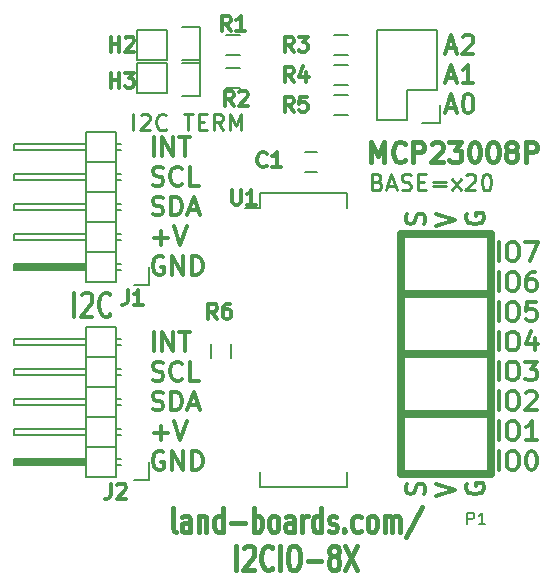
<source format=gto>
G04 #@! TF.FileFunction,Legend,Top*
%FSLAX46Y46*%
G04 Gerber Fmt 4.6, Leading zero omitted, Abs format (unit mm)*
G04 Created by KiCad (PCBNEW (after 2015-mar-04 BZR unknown)-product) date 1/1/2016 2:42:15 PM*
%MOMM*%
G01*
G04 APERTURE LIST*
%ADD10C,0.150000*%
%ADD11C,0.304800*%
%ADD12C,0.285750*%
%ADD13C,0.381000*%
%ADD14C,0.412750*%
%ADD15C,0.650000*%
G04 APERTURE END LIST*
D10*
D11*
X36215260Y-18747619D02*
X36290855Y-18520833D01*
X36290855Y-18142857D01*
X36215260Y-17991667D01*
X36139664Y-17916071D01*
X35988474Y-17840476D01*
X35837283Y-17840476D01*
X35686093Y-17916071D01*
X35610498Y-17991667D01*
X35534902Y-18142857D01*
X35459307Y-18445238D01*
X35383712Y-18596429D01*
X35308117Y-18672024D01*
X35156926Y-18747619D01*
X35005736Y-18747619D01*
X34854545Y-18672024D01*
X34778950Y-18596429D01*
X34703355Y-18445238D01*
X34703355Y-18067262D01*
X34778950Y-17840476D01*
X37230655Y-18898810D02*
X38818155Y-18369643D01*
X37230655Y-17840476D01*
X39833550Y-17840476D02*
X39757955Y-17991667D01*
X39757955Y-18218452D01*
X39833550Y-18445238D01*
X39984740Y-18596429D01*
X40135931Y-18672024D01*
X40438312Y-18747619D01*
X40665098Y-18747619D01*
X40967479Y-18672024D01*
X41118669Y-18596429D01*
X41269860Y-18445238D01*
X41345455Y-18218452D01*
X41345455Y-18067262D01*
X41269860Y-17840476D01*
X41194264Y-17764881D01*
X40665098Y-17764881D01*
X40665098Y-18067262D01*
X36215260Y-41607619D02*
X36290855Y-41380833D01*
X36290855Y-41002857D01*
X36215260Y-40851667D01*
X36139664Y-40776071D01*
X35988474Y-40700476D01*
X35837283Y-40700476D01*
X35686093Y-40776071D01*
X35610498Y-40851667D01*
X35534902Y-41002857D01*
X35459307Y-41305238D01*
X35383712Y-41456429D01*
X35308117Y-41532024D01*
X35156926Y-41607619D01*
X35005736Y-41607619D01*
X34854545Y-41532024D01*
X34778950Y-41456429D01*
X34703355Y-41305238D01*
X34703355Y-40927262D01*
X34778950Y-40700476D01*
X37230655Y-41758810D02*
X38818155Y-41229643D01*
X37230655Y-40700476D01*
X39833550Y-40700476D02*
X39757955Y-40851667D01*
X39757955Y-41078452D01*
X39833550Y-41305238D01*
X39984740Y-41456429D01*
X40135931Y-41532024D01*
X40438312Y-41607619D01*
X40665098Y-41607619D01*
X40967479Y-41532024D01*
X41118669Y-41456429D01*
X41269860Y-41305238D01*
X41345455Y-41078452D01*
X41345455Y-40927262D01*
X41269860Y-40700476D01*
X41194264Y-40624881D01*
X40665098Y-40624881D01*
X40665098Y-40927262D01*
X13331976Y-29445555D02*
X13331976Y-27858055D01*
X14087928Y-29445555D02*
X14087928Y-27858055D01*
X14995071Y-29445555D01*
X14995071Y-27858055D01*
X15524237Y-27858055D02*
X16431380Y-27858055D01*
X15977809Y-29445555D02*
X15977809Y-27858055D01*
X13256381Y-31897260D02*
X13483167Y-31972855D01*
X13861143Y-31972855D01*
X14012333Y-31897260D01*
X14087929Y-31821664D01*
X14163524Y-31670474D01*
X14163524Y-31519283D01*
X14087929Y-31368093D01*
X14012333Y-31292498D01*
X13861143Y-31216902D01*
X13558762Y-31141307D01*
X13407571Y-31065712D01*
X13331976Y-30990117D01*
X13256381Y-30838926D01*
X13256381Y-30687736D01*
X13331976Y-30536545D01*
X13407571Y-30460950D01*
X13558762Y-30385355D01*
X13936738Y-30385355D01*
X14163524Y-30460950D01*
X15751024Y-31821664D02*
X15675429Y-31897260D01*
X15448643Y-31972855D01*
X15297453Y-31972855D01*
X15070667Y-31897260D01*
X14919476Y-31746069D01*
X14843881Y-31594879D01*
X14768286Y-31292498D01*
X14768286Y-31065712D01*
X14843881Y-30763331D01*
X14919476Y-30612140D01*
X15070667Y-30460950D01*
X15297453Y-30385355D01*
X15448643Y-30385355D01*
X15675429Y-30460950D01*
X15751024Y-30536545D01*
X17187334Y-31972855D02*
X16431381Y-31972855D01*
X16431381Y-30385355D01*
X13256381Y-34424560D02*
X13483167Y-34500155D01*
X13861143Y-34500155D01*
X14012333Y-34424560D01*
X14087929Y-34348964D01*
X14163524Y-34197774D01*
X14163524Y-34046583D01*
X14087929Y-33895393D01*
X14012333Y-33819798D01*
X13861143Y-33744202D01*
X13558762Y-33668607D01*
X13407571Y-33593012D01*
X13331976Y-33517417D01*
X13256381Y-33366226D01*
X13256381Y-33215036D01*
X13331976Y-33063845D01*
X13407571Y-32988250D01*
X13558762Y-32912655D01*
X13936738Y-32912655D01*
X14163524Y-32988250D01*
X14843881Y-34500155D02*
X14843881Y-32912655D01*
X15221857Y-32912655D01*
X15448643Y-32988250D01*
X15599834Y-33139440D01*
X15675429Y-33290631D01*
X15751024Y-33593012D01*
X15751024Y-33819798D01*
X15675429Y-34122179D01*
X15599834Y-34273369D01*
X15448643Y-34424560D01*
X15221857Y-34500155D01*
X14843881Y-34500155D01*
X16355786Y-34046583D02*
X17111738Y-34046583D01*
X16204595Y-34500155D02*
X16733762Y-32912655D01*
X17262929Y-34500155D01*
X13331976Y-36422693D02*
X14541500Y-36422693D01*
X13936738Y-37027455D02*
X13936738Y-35817931D01*
X15070666Y-35439955D02*
X15599833Y-37027455D01*
X16129000Y-35439955D01*
X14163524Y-38042850D02*
X14012333Y-37967255D01*
X13785548Y-37967255D01*
X13558762Y-38042850D01*
X13407571Y-38194040D01*
X13331976Y-38345231D01*
X13256381Y-38647612D01*
X13256381Y-38874398D01*
X13331976Y-39176779D01*
X13407571Y-39327969D01*
X13558762Y-39479160D01*
X13785548Y-39554755D01*
X13936738Y-39554755D01*
X14163524Y-39479160D01*
X14239119Y-39403564D01*
X14239119Y-38874398D01*
X13936738Y-38874398D01*
X14919476Y-39554755D02*
X14919476Y-37967255D01*
X15826619Y-39554755D01*
X15826619Y-37967255D01*
X16582571Y-39554755D02*
X16582571Y-37967255D01*
X16960547Y-37967255D01*
X17187333Y-38042850D01*
X17338524Y-38194040D01*
X17414119Y-38345231D01*
X17489714Y-38647612D01*
X17489714Y-38874398D01*
X17414119Y-39176779D01*
X17338524Y-39327969D01*
X17187333Y-39479160D01*
X16960547Y-39554755D01*
X16582571Y-39554755D01*
D12*
X11635620Y-10791976D02*
X11635620Y-9394976D01*
X12234334Y-9528024D02*
X12300858Y-9461500D01*
X12433906Y-9394976D01*
X12766525Y-9394976D01*
X12899572Y-9461500D01*
X12966096Y-9528024D01*
X13032620Y-9661071D01*
X13032620Y-9794119D01*
X12966096Y-9993690D01*
X12167810Y-10791976D01*
X13032620Y-10791976D01*
X14429620Y-10658929D02*
X14363096Y-10725452D01*
X14163525Y-10791976D01*
X14030477Y-10791976D01*
X13830905Y-10725452D01*
X13697858Y-10592405D01*
X13631334Y-10459357D01*
X13564810Y-10193262D01*
X13564810Y-9993690D01*
X13631334Y-9727595D01*
X13697858Y-9594548D01*
X13830905Y-9461500D01*
X14030477Y-9394976D01*
X14163525Y-9394976D01*
X14363096Y-9461500D01*
X14429620Y-9528024D01*
X15893144Y-9394976D02*
X16691429Y-9394976D01*
X16292286Y-10791976D02*
X16292286Y-9394976D01*
X17157096Y-10060214D02*
X17622763Y-10060214D01*
X17822334Y-10791976D02*
X17157096Y-10791976D01*
X17157096Y-9394976D01*
X17822334Y-9394976D01*
X19219334Y-10791976D02*
X18753667Y-10126738D01*
X18421048Y-10791976D02*
X18421048Y-9394976D01*
X18953239Y-9394976D01*
X19086286Y-9461500D01*
X19152810Y-9528024D01*
X19219334Y-9661071D01*
X19219334Y-9860643D01*
X19152810Y-9993690D01*
X19086286Y-10060214D01*
X18953239Y-10126738D01*
X18421048Y-10126738D01*
X19818048Y-10791976D02*
X19818048Y-9394976D01*
X20283715Y-10392833D01*
X20749381Y-9394976D01*
X20749381Y-10791976D01*
X32273120Y-15140214D02*
X32472691Y-15206738D01*
X32539215Y-15273262D01*
X32605739Y-15406310D01*
X32605739Y-15605881D01*
X32539215Y-15738929D01*
X32472691Y-15805452D01*
X32339644Y-15871976D01*
X31807453Y-15871976D01*
X31807453Y-14474976D01*
X32273120Y-14474976D01*
X32406167Y-14541500D01*
X32472691Y-14608024D01*
X32539215Y-14741071D01*
X32539215Y-14874119D01*
X32472691Y-15007167D01*
X32406167Y-15073690D01*
X32273120Y-15140214D01*
X31807453Y-15140214D01*
X33137929Y-15472833D02*
X33803167Y-15472833D01*
X33004882Y-15871976D02*
X33470548Y-14474976D01*
X33936215Y-15871976D01*
X34335358Y-15805452D02*
X34534930Y-15871976D01*
X34867549Y-15871976D01*
X35000596Y-15805452D01*
X35067120Y-15738929D01*
X35133644Y-15605881D01*
X35133644Y-15472833D01*
X35067120Y-15339786D01*
X35000596Y-15273262D01*
X34867549Y-15206738D01*
X34601453Y-15140214D01*
X34468406Y-15073690D01*
X34401882Y-15007167D01*
X34335358Y-14874119D01*
X34335358Y-14741071D01*
X34401882Y-14608024D01*
X34468406Y-14541500D01*
X34601453Y-14474976D01*
X34934073Y-14474976D01*
X35133644Y-14541500D01*
X35732358Y-15140214D02*
X36198025Y-15140214D01*
X36397596Y-15871976D02*
X35732358Y-15871976D01*
X35732358Y-14474976D01*
X36397596Y-14474976D01*
X36996310Y-15140214D02*
X38060691Y-15140214D01*
X38060691Y-15539357D02*
X36996310Y-15539357D01*
X38592881Y-15871976D02*
X39324643Y-14940643D01*
X38592881Y-14940643D02*
X39324643Y-15871976D01*
X39790310Y-14608024D02*
X39856834Y-14541500D01*
X39989882Y-14474976D01*
X40322501Y-14474976D01*
X40455548Y-14541500D01*
X40522072Y-14608024D01*
X40588596Y-14741071D01*
X40588596Y-14874119D01*
X40522072Y-15073690D01*
X39723786Y-15871976D01*
X40588596Y-15871976D01*
X41453405Y-14474976D02*
X41586453Y-14474976D01*
X41719501Y-14541500D01*
X41786024Y-14608024D01*
X41852548Y-14741071D01*
X41919072Y-15007167D01*
X41919072Y-15339786D01*
X41852548Y-15605881D01*
X41786024Y-15738929D01*
X41719501Y-15805452D01*
X41586453Y-15871976D01*
X41453405Y-15871976D01*
X41320358Y-15805452D01*
X41253834Y-15738929D01*
X41187310Y-15605881D01*
X41120786Y-15339786D01*
X41120786Y-15007167D01*
X41187310Y-14741071D01*
X41253834Y-14608024D01*
X41320358Y-14541500D01*
X41453405Y-14474976D01*
D11*
X42541976Y-21844605D02*
X42541976Y-20257105D01*
X43600309Y-20257105D02*
X43902690Y-20257105D01*
X44053881Y-20332700D01*
X44205071Y-20483890D01*
X44280666Y-20786271D01*
X44280666Y-21315438D01*
X44205071Y-21617819D01*
X44053881Y-21769010D01*
X43902690Y-21844605D01*
X43600309Y-21844605D01*
X43449119Y-21769010D01*
X43297928Y-21617819D01*
X43222333Y-21315438D01*
X43222333Y-20786271D01*
X43297928Y-20483890D01*
X43449119Y-20332700D01*
X43600309Y-20257105D01*
X44809833Y-20257105D02*
X45868166Y-20257105D01*
X45187809Y-21844605D01*
X42541976Y-24371905D02*
X42541976Y-22784405D01*
X43600309Y-22784405D02*
X43902690Y-22784405D01*
X44053881Y-22860000D01*
X44205071Y-23011190D01*
X44280666Y-23313571D01*
X44280666Y-23842738D01*
X44205071Y-24145119D01*
X44053881Y-24296310D01*
X43902690Y-24371905D01*
X43600309Y-24371905D01*
X43449119Y-24296310D01*
X43297928Y-24145119D01*
X43222333Y-23842738D01*
X43222333Y-23313571D01*
X43297928Y-23011190D01*
X43449119Y-22860000D01*
X43600309Y-22784405D01*
X45641380Y-22784405D02*
X45338999Y-22784405D01*
X45187809Y-22860000D01*
X45112214Y-22935595D01*
X44961023Y-23162381D01*
X44885428Y-23464762D01*
X44885428Y-24069524D01*
X44961023Y-24220714D01*
X45036618Y-24296310D01*
X45187809Y-24371905D01*
X45490190Y-24371905D01*
X45641380Y-24296310D01*
X45716976Y-24220714D01*
X45792571Y-24069524D01*
X45792571Y-23691548D01*
X45716976Y-23540357D01*
X45641380Y-23464762D01*
X45490190Y-23389167D01*
X45187809Y-23389167D01*
X45036618Y-23464762D01*
X44961023Y-23540357D01*
X44885428Y-23691548D01*
X42541976Y-26899205D02*
X42541976Y-25311705D01*
X43600309Y-25311705D02*
X43902690Y-25311705D01*
X44053881Y-25387300D01*
X44205071Y-25538490D01*
X44280666Y-25840871D01*
X44280666Y-26370038D01*
X44205071Y-26672419D01*
X44053881Y-26823610D01*
X43902690Y-26899205D01*
X43600309Y-26899205D01*
X43449119Y-26823610D01*
X43297928Y-26672419D01*
X43222333Y-26370038D01*
X43222333Y-25840871D01*
X43297928Y-25538490D01*
X43449119Y-25387300D01*
X43600309Y-25311705D01*
X45716976Y-25311705D02*
X44961023Y-25311705D01*
X44885428Y-26067657D01*
X44961023Y-25992062D01*
X45112214Y-25916467D01*
X45490190Y-25916467D01*
X45641380Y-25992062D01*
X45716976Y-26067657D01*
X45792571Y-26218848D01*
X45792571Y-26596824D01*
X45716976Y-26748014D01*
X45641380Y-26823610D01*
X45490190Y-26899205D01*
X45112214Y-26899205D01*
X44961023Y-26823610D01*
X44885428Y-26748014D01*
X42541976Y-29426505D02*
X42541976Y-27839005D01*
X43600309Y-27839005D02*
X43902690Y-27839005D01*
X44053881Y-27914600D01*
X44205071Y-28065790D01*
X44280666Y-28368171D01*
X44280666Y-28897338D01*
X44205071Y-29199719D01*
X44053881Y-29350910D01*
X43902690Y-29426505D01*
X43600309Y-29426505D01*
X43449119Y-29350910D01*
X43297928Y-29199719D01*
X43222333Y-28897338D01*
X43222333Y-28368171D01*
X43297928Y-28065790D01*
X43449119Y-27914600D01*
X43600309Y-27839005D01*
X45641380Y-28368171D02*
X45641380Y-29426505D01*
X45263404Y-27763410D02*
X44885428Y-28897338D01*
X45868166Y-28897338D01*
X42541976Y-31953805D02*
X42541976Y-30366305D01*
X43600309Y-30366305D02*
X43902690Y-30366305D01*
X44053881Y-30441900D01*
X44205071Y-30593090D01*
X44280666Y-30895471D01*
X44280666Y-31424638D01*
X44205071Y-31727019D01*
X44053881Y-31878210D01*
X43902690Y-31953805D01*
X43600309Y-31953805D01*
X43449119Y-31878210D01*
X43297928Y-31727019D01*
X43222333Y-31424638D01*
X43222333Y-30895471D01*
X43297928Y-30593090D01*
X43449119Y-30441900D01*
X43600309Y-30366305D01*
X44809833Y-30366305D02*
X45792571Y-30366305D01*
X45263404Y-30971067D01*
X45490190Y-30971067D01*
X45641380Y-31046662D01*
X45716976Y-31122257D01*
X45792571Y-31273448D01*
X45792571Y-31651424D01*
X45716976Y-31802614D01*
X45641380Y-31878210D01*
X45490190Y-31953805D01*
X45036618Y-31953805D01*
X44885428Y-31878210D01*
X44809833Y-31802614D01*
X42541976Y-34481105D02*
X42541976Y-32893605D01*
X43600309Y-32893605D02*
X43902690Y-32893605D01*
X44053881Y-32969200D01*
X44205071Y-33120390D01*
X44280666Y-33422771D01*
X44280666Y-33951938D01*
X44205071Y-34254319D01*
X44053881Y-34405510D01*
X43902690Y-34481105D01*
X43600309Y-34481105D01*
X43449119Y-34405510D01*
X43297928Y-34254319D01*
X43222333Y-33951938D01*
X43222333Y-33422771D01*
X43297928Y-33120390D01*
X43449119Y-32969200D01*
X43600309Y-32893605D01*
X44885428Y-33044795D02*
X44961023Y-32969200D01*
X45112214Y-32893605D01*
X45490190Y-32893605D01*
X45641380Y-32969200D01*
X45716976Y-33044795D01*
X45792571Y-33195986D01*
X45792571Y-33347176D01*
X45716976Y-33573962D01*
X44809833Y-34481105D01*
X45792571Y-34481105D01*
X42541976Y-37008405D02*
X42541976Y-35420905D01*
X43600309Y-35420905D02*
X43902690Y-35420905D01*
X44053881Y-35496500D01*
X44205071Y-35647690D01*
X44280666Y-35950071D01*
X44280666Y-36479238D01*
X44205071Y-36781619D01*
X44053881Y-36932810D01*
X43902690Y-37008405D01*
X43600309Y-37008405D01*
X43449119Y-36932810D01*
X43297928Y-36781619D01*
X43222333Y-36479238D01*
X43222333Y-35950071D01*
X43297928Y-35647690D01*
X43449119Y-35496500D01*
X43600309Y-35420905D01*
X45792571Y-37008405D02*
X44885428Y-37008405D01*
X45338999Y-37008405D02*
X45338999Y-35420905D01*
X45187809Y-35647690D01*
X45036618Y-35798881D01*
X44885428Y-35874476D01*
X42541976Y-39535705D02*
X42541976Y-37948205D01*
X43600309Y-37948205D02*
X43902690Y-37948205D01*
X44053881Y-38023800D01*
X44205071Y-38174990D01*
X44280666Y-38477371D01*
X44280666Y-39006538D01*
X44205071Y-39308919D01*
X44053881Y-39460110D01*
X43902690Y-39535705D01*
X43600309Y-39535705D01*
X43449119Y-39460110D01*
X43297928Y-39308919D01*
X43222333Y-39006538D01*
X43222333Y-38477371D01*
X43297928Y-38174990D01*
X43449119Y-38023800D01*
X43600309Y-37948205D01*
X45263404Y-37948205D02*
X45414595Y-37948205D01*
X45565785Y-38023800D01*
X45641380Y-38099395D01*
X45716976Y-38250586D01*
X45792571Y-38552967D01*
X45792571Y-38930943D01*
X45716976Y-39233324D01*
X45641380Y-39384514D01*
X45565785Y-39460110D01*
X45414595Y-39535705D01*
X45263404Y-39535705D01*
X45112214Y-39460110D01*
X45036618Y-39384514D01*
X44961023Y-39233324D01*
X44885428Y-38930943D01*
X44885428Y-38552967D01*
X44961023Y-38250586D01*
X45036618Y-38099395D01*
X45112214Y-38023800D01*
X45263404Y-37948205D01*
X13331976Y-12935555D02*
X13331976Y-11348055D01*
X14087928Y-12935555D02*
X14087928Y-11348055D01*
X14995071Y-12935555D01*
X14995071Y-11348055D01*
X15524237Y-11348055D02*
X16431380Y-11348055D01*
X15977809Y-12935555D02*
X15977809Y-11348055D01*
X13256381Y-15387260D02*
X13483167Y-15462855D01*
X13861143Y-15462855D01*
X14012333Y-15387260D01*
X14087929Y-15311664D01*
X14163524Y-15160474D01*
X14163524Y-15009283D01*
X14087929Y-14858093D01*
X14012333Y-14782498D01*
X13861143Y-14706902D01*
X13558762Y-14631307D01*
X13407571Y-14555712D01*
X13331976Y-14480117D01*
X13256381Y-14328926D01*
X13256381Y-14177736D01*
X13331976Y-14026545D01*
X13407571Y-13950950D01*
X13558762Y-13875355D01*
X13936738Y-13875355D01*
X14163524Y-13950950D01*
X15751024Y-15311664D02*
X15675429Y-15387260D01*
X15448643Y-15462855D01*
X15297453Y-15462855D01*
X15070667Y-15387260D01*
X14919476Y-15236069D01*
X14843881Y-15084879D01*
X14768286Y-14782498D01*
X14768286Y-14555712D01*
X14843881Y-14253331D01*
X14919476Y-14102140D01*
X15070667Y-13950950D01*
X15297453Y-13875355D01*
X15448643Y-13875355D01*
X15675429Y-13950950D01*
X15751024Y-14026545D01*
X17187334Y-15462855D02*
X16431381Y-15462855D01*
X16431381Y-13875355D01*
X13256381Y-17914560D02*
X13483167Y-17990155D01*
X13861143Y-17990155D01*
X14012333Y-17914560D01*
X14087929Y-17838964D01*
X14163524Y-17687774D01*
X14163524Y-17536583D01*
X14087929Y-17385393D01*
X14012333Y-17309798D01*
X13861143Y-17234202D01*
X13558762Y-17158607D01*
X13407571Y-17083012D01*
X13331976Y-17007417D01*
X13256381Y-16856226D01*
X13256381Y-16705036D01*
X13331976Y-16553845D01*
X13407571Y-16478250D01*
X13558762Y-16402655D01*
X13936738Y-16402655D01*
X14163524Y-16478250D01*
X14843881Y-17990155D02*
X14843881Y-16402655D01*
X15221857Y-16402655D01*
X15448643Y-16478250D01*
X15599834Y-16629440D01*
X15675429Y-16780631D01*
X15751024Y-17083012D01*
X15751024Y-17309798D01*
X15675429Y-17612179D01*
X15599834Y-17763369D01*
X15448643Y-17914560D01*
X15221857Y-17990155D01*
X14843881Y-17990155D01*
X16355786Y-17536583D02*
X17111738Y-17536583D01*
X16204595Y-17990155D02*
X16733762Y-16402655D01*
X17262929Y-17990155D01*
X13331976Y-19912693D02*
X14541500Y-19912693D01*
X13936738Y-20517455D02*
X13936738Y-19307931D01*
X15070666Y-18929955D02*
X15599833Y-20517455D01*
X16129000Y-18929955D01*
X14163524Y-21532850D02*
X14012333Y-21457255D01*
X13785548Y-21457255D01*
X13558762Y-21532850D01*
X13407571Y-21684040D01*
X13331976Y-21835231D01*
X13256381Y-22137612D01*
X13256381Y-22364398D01*
X13331976Y-22666779D01*
X13407571Y-22817969D01*
X13558762Y-22969160D01*
X13785548Y-23044755D01*
X13936738Y-23044755D01*
X14163524Y-22969160D01*
X14239119Y-22893564D01*
X14239119Y-22364398D01*
X13936738Y-22364398D01*
X14919476Y-23044755D02*
X14919476Y-21457255D01*
X15826619Y-23044755D01*
X15826619Y-21457255D01*
X16582571Y-23044755D02*
X16582571Y-21457255D01*
X16960547Y-21457255D01*
X17187333Y-21532850D01*
X17338524Y-21684040D01*
X17414119Y-21835231D01*
X17489714Y-22137612D01*
X17489714Y-22364398D01*
X17414119Y-22666779D01*
X17338524Y-22817969D01*
X17187333Y-22969160D01*
X16960547Y-23044755D01*
X16582571Y-23044755D01*
D13*
X15203715Y-44772338D02*
X15058573Y-44675576D01*
X14986001Y-44482052D01*
X14986001Y-42740338D01*
X16437430Y-44772338D02*
X16437430Y-43707957D01*
X16364859Y-43514433D01*
X16219716Y-43417671D01*
X15929430Y-43417671D01*
X15784287Y-43514433D01*
X16437430Y-44675576D02*
X16292287Y-44772338D01*
X15929430Y-44772338D01*
X15784287Y-44675576D01*
X15711716Y-44482052D01*
X15711716Y-44288529D01*
X15784287Y-44095005D01*
X15929430Y-43998243D01*
X16292287Y-43998243D01*
X16437430Y-43901481D01*
X17163144Y-43417671D02*
X17163144Y-44772338D01*
X17163144Y-43611195D02*
X17235716Y-43514433D01*
X17380858Y-43417671D01*
X17598573Y-43417671D01*
X17743716Y-43514433D01*
X17816287Y-43707957D01*
X17816287Y-44772338D01*
X19195144Y-44772338D02*
X19195144Y-42740338D01*
X19195144Y-44675576D02*
X19050001Y-44772338D01*
X18759715Y-44772338D01*
X18614573Y-44675576D01*
X18542001Y-44578814D01*
X18469430Y-44385290D01*
X18469430Y-43804719D01*
X18542001Y-43611195D01*
X18614573Y-43514433D01*
X18759715Y-43417671D01*
X19050001Y-43417671D01*
X19195144Y-43514433D01*
X19920858Y-43998243D02*
X21082001Y-43998243D01*
X21807715Y-44772338D02*
X21807715Y-42740338D01*
X21807715Y-43514433D02*
X21952858Y-43417671D01*
X22243144Y-43417671D01*
X22388287Y-43514433D01*
X22460858Y-43611195D01*
X22533429Y-43804719D01*
X22533429Y-44385290D01*
X22460858Y-44578814D01*
X22388287Y-44675576D01*
X22243144Y-44772338D01*
X21952858Y-44772338D01*
X21807715Y-44675576D01*
X23404286Y-44772338D02*
X23259144Y-44675576D01*
X23186572Y-44578814D01*
X23114001Y-44385290D01*
X23114001Y-43804719D01*
X23186572Y-43611195D01*
X23259144Y-43514433D01*
X23404286Y-43417671D01*
X23622001Y-43417671D01*
X23767144Y-43514433D01*
X23839715Y-43611195D01*
X23912286Y-43804719D01*
X23912286Y-44385290D01*
X23839715Y-44578814D01*
X23767144Y-44675576D01*
X23622001Y-44772338D01*
X23404286Y-44772338D01*
X25218572Y-44772338D02*
X25218572Y-43707957D01*
X25146001Y-43514433D01*
X25000858Y-43417671D01*
X24710572Y-43417671D01*
X24565429Y-43514433D01*
X25218572Y-44675576D02*
X25073429Y-44772338D01*
X24710572Y-44772338D01*
X24565429Y-44675576D01*
X24492858Y-44482052D01*
X24492858Y-44288529D01*
X24565429Y-44095005D01*
X24710572Y-43998243D01*
X25073429Y-43998243D01*
X25218572Y-43901481D01*
X25944286Y-44772338D02*
X25944286Y-43417671D01*
X25944286Y-43804719D02*
X26016858Y-43611195D01*
X26089429Y-43514433D01*
X26234572Y-43417671D01*
X26379715Y-43417671D01*
X27540858Y-44772338D02*
X27540858Y-42740338D01*
X27540858Y-44675576D02*
X27395715Y-44772338D01*
X27105429Y-44772338D01*
X26960287Y-44675576D01*
X26887715Y-44578814D01*
X26815144Y-44385290D01*
X26815144Y-43804719D01*
X26887715Y-43611195D01*
X26960287Y-43514433D01*
X27105429Y-43417671D01*
X27395715Y-43417671D01*
X27540858Y-43514433D01*
X28194001Y-44675576D02*
X28339144Y-44772338D01*
X28629429Y-44772338D01*
X28774572Y-44675576D01*
X28847144Y-44482052D01*
X28847144Y-44385290D01*
X28774572Y-44191767D01*
X28629429Y-44095005D01*
X28411715Y-44095005D01*
X28266572Y-43998243D01*
X28194001Y-43804719D01*
X28194001Y-43707957D01*
X28266572Y-43514433D01*
X28411715Y-43417671D01*
X28629429Y-43417671D01*
X28774572Y-43514433D01*
X29500286Y-44578814D02*
X29572858Y-44675576D01*
X29500286Y-44772338D01*
X29427715Y-44675576D01*
X29500286Y-44578814D01*
X29500286Y-44772338D01*
X30879143Y-44675576D02*
X30734000Y-44772338D01*
X30443714Y-44772338D01*
X30298572Y-44675576D01*
X30226000Y-44578814D01*
X30153429Y-44385290D01*
X30153429Y-43804719D01*
X30226000Y-43611195D01*
X30298572Y-43514433D01*
X30443714Y-43417671D01*
X30734000Y-43417671D01*
X30879143Y-43514433D01*
X31750000Y-44772338D02*
X31604858Y-44675576D01*
X31532286Y-44578814D01*
X31459715Y-44385290D01*
X31459715Y-43804719D01*
X31532286Y-43611195D01*
X31604858Y-43514433D01*
X31750000Y-43417671D01*
X31967715Y-43417671D01*
X32112858Y-43514433D01*
X32185429Y-43611195D01*
X32258000Y-43804719D01*
X32258000Y-44385290D01*
X32185429Y-44578814D01*
X32112858Y-44675576D01*
X31967715Y-44772338D01*
X31750000Y-44772338D01*
X32911143Y-44772338D02*
X32911143Y-43417671D01*
X32911143Y-43611195D02*
X32983715Y-43514433D01*
X33128857Y-43417671D01*
X33346572Y-43417671D01*
X33491715Y-43514433D01*
X33564286Y-43707957D01*
X33564286Y-44772338D01*
X33564286Y-43707957D02*
X33636857Y-43514433D01*
X33782000Y-43417671D01*
X33999715Y-43417671D01*
X34144857Y-43514433D01*
X34217429Y-43707957D01*
X34217429Y-44772338D01*
X36031715Y-42643576D02*
X34725429Y-45256148D01*
X20356286Y-47998138D02*
X20356286Y-45966138D01*
X21009429Y-46159662D02*
X21082000Y-46062900D01*
X21227143Y-45966138D01*
X21590000Y-45966138D01*
X21735143Y-46062900D01*
X21807714Y-46159662D01*
X21880286Y-46353186D01*
X21880286Y-46546710D01*
X21807714Y-46836995D01*
X20936857Y-47998138D01*
X21880286Y-47998138D01*
X23404286Y-47804614D02*
X23331715Y-47901376D01*
X23114001Y-47998138D01*
X22968858Y-47998138D01*
X22751143Y-47901376D01*
X22606001Y-47707852D01*
X22533429Y-47514329D01*
X22460858Y-47127281D01*
X22460858Y-46836995D01*
X22533429Y-46449948D01*
X22606001Y-46256424D01*
X22751143Y-46062900D01*
X22968858Y-45966138D01*
X23114001Y-45966138D01*
X23331715Y-46062900D01*
X23404286Y-46159662D01*
X24057429Y-47998138D02*
X24057429Y-45966138D01*
X25073429Y-45966138D02*
X25363715Y-45966138D01*
X25508857Y-46062900D01*
X25654000Y-46256424D01*
X25726572Y-46643471D01*
X25726572Y-47320805D01*
X25654000Y-47707852D01*
X25508857Y-47901376D01*
X25363715Y-47998138D01*
X25073429Y-47998138D01*
X24928286Y-47901376D01*
X24783143Y-47707852D01*
X24710572Y-47320805D01*
X24710572Y-46643471D01*
X24783143Y-46256424D01*
X24928286Y-46062900D01*
X25073429Y-45966138D01*
X26379714Y-47224043D02*
X27540857Y-47224043D01*
X28484285Y-46836995D02*
X28339143Y-46740233D01*
X28266571Y-46643471D01*
X28194000Y-46449948D01*
X28194000Y-46353186D01*
X28266571Y-46159662D01*
X28339143Y-46062900D01*
X28484285Y-45966138D01*
X28774571Y-45966138D01*
X28919714Y-46062900D01*
X28992285Y-46159662D01*
X29064857Y-46353186D01*
X29064857Y-46449948D01*
X28992285Y-46643471D01*
X28919714Y-46740233D01*
X28774571Y-46836995D01*
X28484285Y-46836995D01*
X28339143Y-46933757D01*
X28266571Y-47030519D01*
X28194000Y-47224043D01*
X28194000Y-47611090D01*
X28266571Y-47804614D01*
X28339143Y-47901376D01*
X28484285Y-47998138D01*
X28774571Y-47998138D01*
X28919714Y-47901376D01*
X28992285Y-47804614D01*
X29064857Y-47611090D01*
X29064857Y-47224043D01*
X28992285Y-47030519D01*
X28919714Y-46933757D01*
X28774571Y-46836995D01*
X29572857Y-45966138D02*
X30588857Y-47998138D01*
X30588857Y-45966138D02*
X29572857Y-47998138D01*
D14*
X31777214Y-13446881D02*
X31777214Y-11795881D01*
X32327548Y-12975167D01*
X32877881Y-11795881D01*
X32877881Y-13446881D01*
X34607500Y-13289643D02*
X34528881Y-13368262D01*
X34293024Y-13446881D01*
X34135786Y-13446881D01*
X33899928Y-13368262D01*
X33742690Y-13211024D01*
X33664071Y-13053786D01*
X33585452Y-12739310D01*
X33585452Y-12503452D01*
X33664071Y-12188976D01*
X33742690Y-12031738D01*
X33899928Y-11874500D01*
X34135786Y-11795881D01*
X34293024Y-11795881D01*
X34528881Y-11874500D01*
X34607500Y-11953119D01*
X35315071Y-13446881D02*
X35315071Y-11795881D01*
X35944024Y-11795881D01*
X36101262Y-11874500D01*
X36179881Y-11953119D01*
X36258500Y-12110357D01*
X36258500Y-12346214D01*
X36179881Y-12503452D01*
X36101262Y-12582071D01*
X35944024Y-12660690D01*
X35315071Y-12660690D01*
X36887452Y-11953119D02*
X36966071Y-11874500D01*
X37123309Y-11795881D01*
X37516405Y-11795881D01*
X37673643Y-11874500D01*
X37752262Y-11953119D01*
X37830881Y-12110357D01*
X37830881Y-12267595D01*
X37752262Y-12503452D01*
X36808833Y-13446881D01*
X37830881Y-13446881D01*
X38381214Y-11795881D02*
X39403262Y-11795881D01*
X38852928Y-12424833D01*
X39088786Y-12424833D01*
X39246024Y-12503452D01*
X39324643Y-12582071D01*
X39403262Y-12739310D01*
X39403262Y-13132405D01*
X39324643Y-13289643D01*
X39246024Y-13368262D01*
X39088786Y-13446881D01*
X38617071Y-13446881D01*
X38459833Y-13368262D01*
X38381214Y-13289643D01*
X40425309Y-11795881D02*
X40582548Y-11795881D01*
X40739786Y-11874500D01*
X40818405Y-11953119D01*
X40897024Y-12110357D01*
X40975643Y-12424833D01*
X40975643Y-12817929D01*
X40897024Y-13132405D01*
X40818405Y-13289643D01*
X40739786Y-13368262D01*
X40582548Y-13446881D01*
X40425309Y-13446881D01*
X40268071Y-13368262D01*
X40189452Y-13289643D01*
X40110833Y-13132405D01*
X40032214Y-12817929D01*
X40032214Y-12424833D01*
X40110833Y-12110357D01*
X40189452Y-11953119D01*
X40268071Y-11874500D01*
X40425309Y-11795881D01*
X41997690Y-11795881D02*
X42154929Y-11795881D01*
X42312167Y-11874500D01*
X42390786Y-11953119D01*
X42469405Y-12110357D01*
X42548024Y-12424833D01*
X42548024Y-12817929D01*
X42469405Y-13132405D01*
X42390786Y-13289643D01*
X42312167Y-13368262D01*
X42154929Y-13446881D01*
X41997690Y-13446881D01*
X41840452Y-13368262D01*
X41761833Y-13289643D01*
X41683214Y-13132405D01*
X41604595Y-12817929D01*
X41604595Y-12424833D01*
X41683214Y-12110357D01*
X41761833Y-11953119D01*
X41840452Y-11874500D01*
X41997690Y-11795881D01*
X43491452Y-12503452D02*
X43334214Y-12424833D01*
X43255595Y-12346214D01*
X43176976Y-12188976D01*
X43176976Y-12110357D01*
X43255595Y-11953119D01*
X43334214Y-11874500D01*
X43491452Y-11795881D01*
X43805929Y-11795881D01*
X43963167Y-11874500D01*
X44041786Y-11953119D01*
X44120405Y-12110357D01*
X44120405Y-12188976D01*
X44041786Y-12346214D01*
X43963167Y-12424833D01*
X43805929Y-12503452D01*
X43491452Y-12503452D01*
X43334214Y-12582071D01*
X43255595Y-12660690D01*
X43176976Y-12817929D01*
X43176976Y-13132405D01*
X43255595Y-13289643D01*
X43334214Y-13368262D01*
X43491452Y-13446881D01*
X43805929Y-13446881D01*
X43963167Y-13368262D01*
X44041786Y-13289643D01*
X44120405Y-13132405D01*
X44120405Y-12817929D01*
X44041786Y-12660690D01*
X43963167Y-12582071D01*
X43805929Y-12503452D01*
X44827976Y-13446881D02*
X44827976Y-11795881D01*
X45456929Y-11795881D01*
X45614167Y-11874500D01*
X45692786Y-11953119D01*
X45771405Y-12110357D01*
X45771405Y-12346214D01*
X45692786Y-12503452D01*
X45614167Y-12582071D01*
X45456929Y-12660690D01*
X44827976Y-12660690D01*
D11*
X6640286Y-26573238D02*
X6640286Y-24541238D01*
X7293429Y-24734762D02*
X7366000Y-24638000D01*
X7511143Y-24541238D01*
X7874000Y-24541238D01*
X8019143Y-24638000D01*
X8091714Y-24734762D01*
X8164286Y-24928286D01*
X8164286Y-25121810D01*
X8091714Y-25412095D01*
X7220857Y-26573238D01*
X8164286Y-26573238D01*
X9688286Y-26379714D02*
X9615715Y-26476476D01*
X9398001Y-26573238D01*
X9252858Y-26573238D01*
X9035143Y-26476476D01*
X8890001Y-26282952D01*
X8817429Y-26089429D01*
X8744858Y-25702381D01*
X8744858Y-25412095D01*
X8817429Y-25025048D01*
X8890001Y-24831524D01*
X9035143Y-24638000D01*
X9252858Y-24541238D01*
X9398001Y-24541238D01*
X9615715Y-24638000D01*
X9688286Y-24734762D01*
X38148381Y-3833283D02*
X38904333Y-3833283D01*
X37997190Y-4286855D02*
X38526357Y-2699355D01*
X39055524Y-4286855D01*
X39509095Y-2850545D02*
X39584690Y-2774950D01*
X39735881Y-2699355D01*
X40113857Y-2699355D01*
X40265047Y-2774950D01*
X40340643Y-2850545D01*
X40416238Y-3001736D01*
X40416238Y-3152926D01*
X40340643Y-3379712D01*
X39433500Y-4286855D01*
X40416238Y-4286855D01*
X38148381Y-6360583D02*
X38904333Y-6360583D01*
X37997190Y-6814155D02*
X38526357Y-5226655D01*
X39055524Y-6814155D01*
X40416238Y-6814155D02*
X39509095Y-6814155D01*
X39962666Y-6814155D02*
X39962666Y-5226655D01*
X39811476Y-5453440D01*
X39660285Y-5604631D01*
X39509095Y-5680226D01*
X38148381Y-8887883D02*
X38904333Y-8887883D01*
X37997190Y-9341455D02*
X38526357Y-7753955D01*
X39055524Y-9341455D01*
X39887071Y-7753955D02*
X40038262Y-7753955D01*
X40189452Y-7829550D01*
X40265047Y-7905145D01*
X40340643Y-8056336D01*
X40416238Y-8358717D01*
X40416238Y-8736693D01*
X40340643Y-9039074D01*
X40265047Y-9190264D01*
X40189452Y-9265860D01*
X40038262Y-9341455D01*
X39887071Y-9341455D01*
X39735881Y-9265860D01*
X39660285Y-9190264D01*
X39584690Y-9039074D01*
X39509095Y-8736693D01*
X39509095Y-8358717D01*
X39584690Y-8056336D01*
X39660285Y-7905145D01*
X39735881Y-7829550D01*
X39887071Y-7753955D01*
D10*
X22360000Y-16120000D02*
X22360000Y-17390000D01*
X29710000Y-16120000D02*
X29710000Y-17390000D01*
X29710000Y-41030000D02*
X29710000Y-39760000D01*
X22360000Y-41030000D02*
X22360000Y-39760000D01*
X22360000Y-16120000D02*
X29710000Y-16120000D01*
X22360000Y-41030000D02*
X29710000Y-41030000D01*
X22360000Y-17390000D02*
X21075000Y-17390000D01*
X29810000Y-9511000D02*
X28610000Y-9511000D01*
X28610000Y-7761000D02*
X29810000Y-7761000D01*
X29810000Y-6971000D02*
X28610000Y-6971000D01*
X28610000Y-5221000D02*
X29810000Y-5221000D01*
X29810000Y-4431000D02*
X28610000Y-4431000D01*
X28610000Y-2681000D02*
X29810000Y-2681000D01*
X19466000Y-2681000D02*
X20666000Y-2681000D01*
X20666000Y-4431000D02*
X19466000Y-4431000D01*
X19466000Y-5475000D02*
X20666000Y-5475000D01*
X20666000Y-7225000D02*
X19466000Y-7225000D01*
X18175000Y-30064000D02*
X18175000Y-28864000D01*
X19925000Y-28864000D02*
X19925000Y-30064000D01*
X26170000Y-14312000D02*
X27170000Y-14312000D01*
X27170000Y-12612000D02*
X26170000Y-12612000D01*
X14478000Y-4826000D02*
X11938000Y-4826000D01*
X17298000Y-5106000D02*
X15748000Y-5106000D01*
X14478000Y-4826000D02*
X14478000Y-2286000D01*
X15748000Y-2006000D02*
X17298000Y-2006000D01*
X17298000Y-2006000D02*
X17298000Y-5106000D01*
X14478000Y-2286000D02*
X11938000Y-2286000D01*
X11938000Y-2286000D02*
X11938000Y-4826000D01*
X14478000Y-7620000D02*
X11938000Y-7620000D01*
X17298000Y-7900000D02*
X15748000Y-7900000D01*
X14478000Y-7620000D02*
X14478000Y-5080000D01*
X15748000Y-4800000D02*
X17298000Y-4800000D01*
X17298000Y-4800000D02*
X17298000Y-7900000D01*
X14478000Y-5080000D02*
X11938000Y-5080000D01*
X11938000Y-5080000D02*
X11938000Y-7620000D01*
X37338000Y-7366000D02*
X37338000Y-2286000D01*
X37618000Y-10186000D02*
X36068000Y-10186000D01*
X34798000Y-9906000D02*
X34798000Y-7366000D01*
X34798000Y-7366000D02*
X37338000Y-7366000D01*
X37338000Y-2286000D02*
X32258000Y-2286000D01*
X32258000Y-2286000D02*
X32258000Y-7366000D01*
X37618000Y-10186000D02*
X37618000Y-8636000D01*
X32258000Y-9906000D02*
X34798000Y-9906000D01*
X32258000Y-7366000D02*
X32258000Y-9906000D01*
X12984000Y-23902000D02*
X12984000Y-22352000D01*
X11684000Y-23902000D02*
X12984000Y-23902000D01*
X7493000Y-22479000D02*
X1651000Y-22479000D01*
X1651000Y-22479000D02*
X1651000Y-22225000D01*
X1651000Y-22225000D02*
X7493000Y-22225000D01*
X7493000Y-22225000D02*
X7493000Y-22352000D01*
X7493000Y-22352000D02*
X1651000Y-22352000D01*
X10160000Y-22606000D02*
X10541000Y-22606000D01*
X10160000Y-22098000D02*
X10541000Y-22098000D01*
X10160000Y-20066000D02*
X10541000Y-20066000D01*
X10160000Y-19558000D02*
X10541000Y-19558000D01*
X10160000Y-17526000D02*
X10541000Y-17526000D01*
X10160000Y-17018000D02*
X10541000Y-17018000D01*
X10160000Y-14986000D02*
X10541000Y-14986000D01*
X10160000Y-14478000D02*
X10541000Y-14478000D01*
X10160000Y-11938000D02*
X10541000Y-11938000D01*
X10160000Y-12446000D02*
X10541000Y-12446000D01*
X7620000Y-21082000D02*
X7620000Y-23622000D01*
X1524000Y-22098000D02*
X7620000Y-22098000D01*
X1524000Y-22606000D02*
X1524000Y-22098000D01*
X7620000Y-22606000D02*
X1524000Y-22606000D01*
X10160000Y-21082000D02*
X7620000Y-21082000D01*
X10160000Y-23622000D02*
X10160000Y-21082000D01*
X10160000Y-23622000D02*
X7620000Y-23622000D01*
X10160000Y-18542000D02*
X7620000Y-18542000D01*
X10160000Y-18542000D02*
X10160000Y-16002000D01*
X10160000Y-16002000D02*
X7620000Y-16002000D01*
X7620000Y-17526000D02*
X1524000Y-17526000D01*
X1524000Y-17526000D02*
X1524000Y-17018000D01*
X1524000Y-17018000D02*
X7620000Y-17018000D01*
X7620000Y-16002000D02*
X7620000Y-18542000D01*
X7620000Y-18542000D02*
X7620000Y-21082000D01*
X1524000Y-19558000D02*
X7620000Y-19558000D01*
X1524000Y-20066000D02*
X1524000Y-19558000D01*
X7620000Y-20066000D02*
X1524000Y-20066000D01*
X10160000Y-18542000D02*
X7620000Y-18542000D01*
X10160000Y-21082000D02*
X10160000Y-18542000D01*
X10160000Y-21082000D02*
X7620000Y-21082000D01*
X10160000Y-13462000D02*
X7620000Y-13462000D01*
X10160000Y-13462000D02*
X10160000Y-10922000D01*
X10160000Y-10922000D02*
X7620000Y-10922000D01*
X7620000Y-12446000D02*
X1524000Y-12446000D01*
X1524000Y-12446000D02*
X1524000Y-11938000D01*
X1524000Y-11938000D02*
X7620000Y-11938000D01*
X7620000Y-10922000D02*
X7620000Y-13462000D01*
X7620000Y-13462000D02*
X7620000Y-16002000D01*
X1524000Y-14478000D02*
X7620000Y-14478000D01*
X1524000Y-14986000D02*
X1524000Y-14478000D01*
X7620000Y-14986000D02*
X1524000Y-14986000D01*
X10160000Y-13462000D02*
X7620000Y-13462000D01*
X10160000Y-16002000D02*
X10160000Y-13462000D01*
X10160000Y-16002000D02*
X7620000Y-16002000D01*
X12984000Y-40412000D02*
X12984000Y-38862000D01*
X11684000Y-40412000D02*
X12984000Y-40412000D01*
X7493000Y-38989000D02*
X1651000Y-38989000D01*
X1651000Y-38989000D02*
X1651000Y-38735000D01*
X1651000Y-38735000D02*
X7493000Y-38735000D01*
X7493000Y-38735000D02*
X7493000Y-38862000D01*
X7493000Y-38862000D02*
X1651000Y-38862000D01*
X10160000Y-39116000D02*
X10541000Y-39116000D01*
X10160000Y-38608000D02*
X10541000Y-38608000D01*
X10160000Y-36576000D02*
X10541000Y-36576000D01*
X10160000Y-36068000D02*
X10541000Y-36068000D01*
X10160000Y-34036000D02*
X10541000Y-34036000D01*
X10160000Y-33528000D02*
X10541000Y-33528000D01*
X10160000Y-31496000D02*
X10541000Y-31496000D01*
X10160000Y-30988000D02*
X10541000Y-30988000D01*
X10160000Y-28448000D02*
X10541000Y-28448000D01*
X10160000Y-28956000D02*
X10541000Y-28956000D01*
X7620000Y-37592000D02*
X7620000Y-40132000D01*
X1524000Y-38608000D02*
X7620000Y-38608000D01*
X1524000Y-39116000D02*
X1524000Y-38608000D01*
X7620000Y-39116000D02*
X1524000Y-39116000D01*
X10160000Y-37592000D02*
X7620000Y-37592000D01*
X10160000Y-40132000D02*
X10160000Y-37592000D01*
X10160000Y-40132000D02*
X7620000Y-40132000D01*
X10160000Y-35052000D02*
X7620000Y-35052000D01*
X10160000Y-35052000D02*
X10160000Y-32512000D01*
X10160000Y-32512000D02*
X7620000Y-32512000D01*
X7620000Y-34036000D02*
X1524000Y-34036000D01*
X1524000Y-34036000D02*
X1524000Y-33528000D01*
X1524000Y-33528000D02*
X7620000Y-33528000D01*
X7620000Y-32512000D02*
X7620000Y-35052000D01*
X7620000Y-35052000D02*
X7620000Y-37592000D01*
X1524000Y-36068000D02*
X7620000Y-36068000D01*
X1524000Y-36576000D02*
X1524000Y-36068000D01*
X7620000Y-36576000D02*
X1524000Y-36576000D01*
X10160000Y-35052000D02*
X7620000Y-35052000D01*
X10160000Y-37592000D02*
X10160000Y-35052000D01*
X10160000Y-37592000D02*
X7620000Y-37592000D01*
X10160000Y-29972000D02*
X7620000Y-29972000D01*
X10160000Y-29972000D02*
X10160000Y-27432000D01*
X10160000Y-27432000D02*
X7620000Y-27432000D01*
X7620000Y-28956000D02*
X1524000Y-28956000D01*
X1524000Y-28956000D02*
X1524000Y-28448000D01*
X1524000Y-28448000D02*
X7620000Y-28448000D01*
X7620000Y-27432000D02*
X7620000Y-29972000D01*
X7620000Y-29972000D02*
X7620000Y-32512000D01*
X1524000Y-30988000D02*
X7620000Y-30988000D01*
X1524000Y-31496000D02*
X1524000Y-30988000D01*
X7620000Y-31496000D02*
X1524000Y-31496000D01*
X10160000Y-29972000D02*
X7620000Y-29972000D01*
X10160000Y-32512000D02*
X10160000Y-29972000D01*
X10160000Y-32512000D02*
X7620000Y-32512000D01*
D15*
X34290000Y-24638000D02*
X41910000Y-24638000D01*
X34290000Y-29718000D02*
X41910000Y-29718000D01*
X34290000Y-34798000D02*
X41910000Y-34798000D01*
X41910000Y-39878000D02*
X34290000Y-39878000D01*
X34290000Y-39878000D02*
X34290000Y-19558000D01*
X34290000Y-19558000D02*
X41910000Y-19558000D01*
X41910000Y-19558000D02*
X41910000Y-39878000D01*
D11*
X19987381Y-15814524D02*
X19987381Y-16842619D01*
X20047857Y-16963571D01*
X20108333Y-17024048D01*
X20229286Y-17084524D01*
X20471190Y-17084524D01*
X20592143Y-17024048D01*
X20652619Y-16963571D01*
X20713095Y-16842619D01*
X20713095Y-15814524D01*
X21983095Y-17084524D02*
X21257381Y-17084524D01*
X21620238Y-17084524D02*
X21620238Y-15814524D01*
X21499286Y-15995952D01*
X21378333Y-16116905D01*
X21257381Y-16177381D01*
X25188333Y-9210524D02*
X24765000Y-8605762D01*
X24462619Y-9210524D02*
X24462619Y-7940524D01*
X24946428Y-7940524D01*
X25067381Y-8001000D01*
X25127857Y-8061476D01*
X25188333Y-8182429D01*
X25188333Y-8363857D01*
X25127857Y-8484810D01*
X25067381Y-8545286D01*
X24946428Y-8605762D01*
X24462619Y-8605762D01*
X26337381Y-7940524D02*
X25732619Y-7940524D01*
X25672143Y-8545286D01*
X25732619Y-8484810D01*
X25853571Y-8424333D01*
X26155952Y-8424333D01*
X26276905Y-8484810D01*
X26337381Y-8545286D01*
X26397857Y-8666238D01*
X26397857Y-8968619D01*
X26337381Y-9089571D01*
X26276905Y-9150048D01*
X26155952Y-9210524D01*
X25853571Y-9210524D01*
X25732619Y-9150048D01*
X25672143Y-9089571D01*
X25188333Y-6670524D02*
X24765000Y-6065762D01*
X24462619Y-6670524D02*
X24462619Y-5400524D01*
X24946428Y-5400524D01*
X25067381Y-5461000D01*
X25127857Y-5521476D01*
X25188333Y-5642429D01*
X25188333Y-5823857D01*
X25127857Y-5944810D01*
X25067381Y-6005286D01*
X24946428Y-6065762D01*
X24462619Y-6065762D01*
X26276905Y-5823857D02*
X26276905Y-6670524D01*
X25974524Y-5340048D02*
X25672143Y-6247190D01*
X26458333Y-6247190D01*
X25188333Y-4130524D02*
X24765000Y-3525762D01*
X24462619Y-4130524D02*
X24462619Y-2860524D01*
X24946428Y-2860524D01*
X25067381Y-2921000D01*
X25127857Y-2981476D01*
X25188333Y-3102429D01*
X25188333Y-3283857D01*
X25127857Y-3404810D01*
X25067381Y-3465286D01*
X24946428Y-3525762D01*
X24462619Y-3525762D01*
X25611667Y-2860524D02*
X26397857Y-2860524D01*
X25974524Y-3344333D01*
X26155952Y-3344333D01*
X26276905Y-3404810D01*
X26337381Y-3465286D01*
X26397857Y-3586238D01*
X26397857Y-3888619D01*
X26337381Y-4009571D01*
X26276905Y-4070048D01*
X26155952Y-4130524D01*
X25793095Y-4130524D01*
X25672143Y-4070048D01*
X25611667Y-4009571D01*
X19854333Y-2352524D02*
X19431000Y-1747762D01*
X19128619Y-2352524D02*
X19128619Y-1082524D01*
X19612428Y-1082524D01*
X19733381Y-1143000D01*
X19793857Y-1203476D01*
X19854333Y-1324429D01*
X19854333Y-1505857D01*
X19793857Y-1626810D01*
X19733381Y-1687286D01*
X19612428Y-1747762D01*
X19128619Y-1747762D01*
X21063857Y-2352524D02*
X20338143Y-2352524D01*
X20701000Y-2352524D02*
X20701000Y-1082524D01*
X20580048Y-1263952D01*
X20459095Y-1384905D01*
X20338143Y-1445381D01*
X20108333Y-8702524D02*
X19685000Y-8097762D01*
X19382619Y-8702524D02*
X19382619Y-7432524D01*
X19866428Y-7432524D01*
X19987381Y-7493000D01*
X20047857Y-7553476D01*
X20108333Y-7674429D01*
X20108333Y-7855857D01*
X20047857Y-7976810D01*
X19987381Y-8037286D01*
X19866428Y-8097762D01*
X19382619Y-8097762D01*
X20592143Y-7553476D02*
X20652619Y-7493000D01*
X20773571Y-7432524D01*
X21075952Y-7432524D01*
X21196905Y-7493000D01*
X21257381Y-7553476D01*
X21317857Y-7674429D01*
X21317857Y-7795381D01*
X21257381Y-7976810D01*
X20531667Y-8702524D01*
X21317857Y-8702524D01*
X18711333Y-26736524D02*
X18288000Y-26131762D01*
X17985619Y-26736524D02*
X17985619Y-25466524D01*
X18469428Y-25466524D01*
X18590381Y-25527000D01*
X18650857Y-25587476D01*
X18711333Y-25708429D01*
X18711333Y-25889857D01*
X18650857Y-26010810D01*
X18590381Y-26071286D01*
X18469428Y-26131762D01*
X17985619Y-26131762D01*
X19799905Y-25466524D02*
X19558000Y-25466524D01*
X19437048Y-25527000D01*
X19376571Y-25587476D01*
X19255619Y-25768905D01*
X19195143Y-26010810D01*
X19195143Y-26494619D01*
X19255619Y-26615571D01*
X19316095Y-26676048D01*
X19437048Y-26736524D01*
X19678952Y-26736524D01*
X19799905Y-26676048D01*
X19860381Y-26615571D01*
X19920857Y-26494619D01*
X19920857Y-26192238D01*
X19860381Y-26071286D01*
X19799905Y-26010810D01*
X19678952Y-25950333D01*
X19437048Y-25950333D01*
X19316095Y-26010810D01*
X19255619Y-26071286D01*
X19195143Y-26192238D01*
X22902333Y-13788571D02*
X22841857Y-13849048D01*
X22660428Y-13909524D01*
X22539476Y-13909524D01*
X22358048Y-13849048D01*
X22237095Y-13728095D01*
X22176619Y-13607143D01*
X22116143Y-13365238D01*
X22116143Y-13183810D01*
X22176619Y-12941905D01*
X22237095Y-12820952D01*
X22358048Y-12700000D01*
X22539476Y-12639524D01*
X22660428Y-12639524D01*
X22841857Y-12700000D01*
X22902333Y-12760476D01*
X24111857Y-13909524D02*
X23386143Y-13909524D01*
X23749000Y-13909524D02*
X23749000Y-12639524D01*
X23628048Y-12820952D01*
X23507095Y-12941905D01*
X23386143Y-13002381D01*
X9700381Y-4130524D02*
X9700381Y-2860524D01*
X9700381Y-3465286D02*
X10426095Y-3465286D01*
X10426095Y-4130524D02*
X10426095Y-2860524D01*
X10970381Y-2981476D02*
X11030857Y-2921000D01*
X11151809Y-2860524D01*
X11454190Y-2860524D01*
X11575143Y-2921000D01*
X11635619Y-2981476D01*
X11696095Y-3102429D01*
X11696095Y-3223381D01*
X11635619Y-3404810D01*
X10909905Y-4130524D01*
X11696095Y-4130524D01*
X9700381Y-7178524D02*
X9700381Y-5908524D01*
X9700381Y-6513286D02*
X10426095Y-6513286D01*
X10426095Y-7178524D02*
X10426095Y-5908524D01*
X10909905Y-5908524D02*
X11696095Y-5908524D01*
X11272762Y-6392333D01*
X11454190Y-6392333D01*
X11575143Y-6452810D01*
X11635619Y-6513286D01*
X11696095Y-6634238D01*
X11696095Y-6936619D01*
X11635619Y-7057571D01*
X11575143Y-7118048D01*
X11454190Y-7178524D01*
X11091333Y-7178524D01*
X10970381Y-7118048D01*
X10909905Y-7057571D01*
X11133667Y-24323524D02*
X11133667Y-25230667D01*
X11073191Y-25412095D01*
X10952239Y-25533048D01*
X10770810Y-25593524D01*
X10649858Y-25593524D01*
X12403667Y-25593524D02*
X11677953Y-25593524D01*
X12040810Y-25593524D02*
X12040810Y-24323524D01*
X11919858Y-24504952D01*
X11798905Y-24625905D01*
X11677953Y-24686381D01*
X9736667Y-40706524D02*
X9736667Y-41613667D01*
X9676191Y-41795095D01*
X9555239Y-41916048D01*
X9373810Y-41976524D01*
X9252858Y-41976524D01*
X10280953Y-40827476D02*
X10341429Y-40767000D01*
X10462381Y-40706524D01*
X10764762Y-40706524D01*
X10885715Y-40767000D01*
X10946191Y-40827476D01*
X11006667Y-40948429D01*
X11006667Y-41069381D01*
X10946191Y-41250810D01*
X10220477Y-41976524D01*
X11006667Y-41976524D01*
D10*
X39901905Y-44160381D02*
X39901905Y-43160381D01*
X40282858Y-43160381D01*
X40378096Y-43208000D01*
X40425715Y-43255619D01*
X40473334Y-43350857D01*
X40473334Y-43493714D01*
X40425715Y-43588952D01*
X40378096Y-43636571D01*
X40282858Y-43684190D01*
X39901905Y-43684190D01*
X41425715Y-44160381D02*
X40854286Y-44160381D01*
X41140000Y-44160381D02*
X41140000Y-43160381D01*
X41044762Y-43303238D01*
X40949524Y-43398476D01*
X40854286Y-43446095D01*
M02*

</source>
